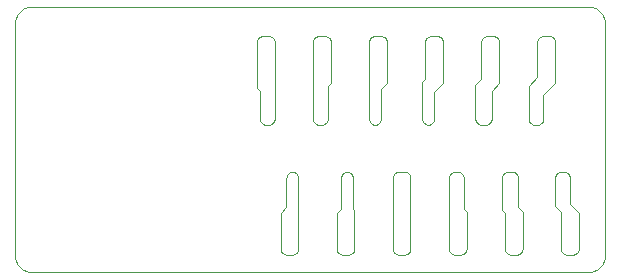
<source format=gko>
G75*
%MOIN*%
%OFA0B0*%
%FSLAX24Y24*%
%IPPOS*%
%LPD*%
%AMOC8*
5,1,8,0,0,1.08239X$1,22.5*
%
%ADD10C,0.0000*%
D10*
X001361Y000399D02*
X019865Y000399D01*
X019911Y000401D01*
X019957Y000406D01*
X020003Y000415D01*
X020048Y000428D01*
X020091Y000444D01*
X020133Y000463D01*
X020174Y000486D01*
X020212Y000512D01*
X020249Y000541D01*
X020283Y000572D01*
X020314Y000606D01*
X020343Y000643D01*
X020369Y000681D01*
X020392Y000722D01*
X020411Y000764D01*
X020427Y000807D01*
X020440Y000852D01*
X020449Y000898D01*
X020454Y000944D01*
X020456Y000990D01*
X020456Y008667D01*
X020454Y008713D01*
X020449Y008759D01*
X020440Y008805D01*
X020427Y008850D01*
X020411Y008893D01*
X020392Y008935D01*
X020369Y008976D01*
X020343Y009014D01*
X020314Y009051D01*
X020283Y009085D01*
X020249Y009116D01*
X020212Y009145D01*
X020174Y009171D01*
X020133Y009194D01*
X020091Y009213D01*
X020048Y009229D01*
X020003Y009242D01*
X019957Y009251D01*
X019911Y009256D01*
X019865Y009258D01*
X001361Y009258D01*
X001315Y009256D01*
X001269Y009251D01*
X001223Y009242D01*
X001178Y009229D01*
X001135Y009213D01*
X001093Y009194D01*
X001052Y009171D01*
X001014Y009145D01*
X000977Y009116D01*
X000943Y009085D01*
X000912Y009051D01*
X000883Y009014D01*
X000857Y008976D01*
X000834Y008935D01*
X000815Y008893D01*
X000799Y008850D01*
X000786Y008805D01*
X000777Y008759D01*
X000772Y008713D01*
X000770Y008667D01*
X000771Y008667D02*
X000771Y000990D01*
X000770Y000990D02*
X000772Y000944D01*
X000777Y000898D01*
X000786Y000852D01*
X000799Y000807D01*
X000815Y000764D01*
X000834Y000722D01*
X000857Y000681D01*
X000883Y000643D01*
X000912Y000606D01*
X000943Y000572D01*
X000977Y000541D01*
X001014Y000512D01*
X001052Y000486D01*
X001093Y000463D01*
X001135Y000444D01*
X001178Y000428D01*
X001223Y000415D01*
X001269Y000406D01*
X001315Y000401D01*
X001361Y000399D01*
X009629Y001187D02*
X009629Y002368D01*
X009826Y002565D01*
X009826Y003549D01*
X009828Y003575D01*
X009833Y003600D01*
X009841Y003624D01*
X009852Y003648D01*
X009867Y003669D01*
X009884Y003688D01*
X009903Y003705D01*
X009925Y003720D01*
X009948Y003731D01*
X009972Y003739D01*
X009997Y003744D01*
X010023Y003746D01*
X010049Y003744D01*
X010074Y003739D01*
X010098Y003731D01*
X010122Y003720D01*
X010143Y003705D01*
X010162Y003688D01*
X010179Y003669D01*
X010194Y003648D01*
X010205Y003624D01*
X010213Y003600D01*
X010218Y003575D01*
X010220Y003549D01*
X010219Y003549D02*
X010219Y001187D01*
X010220Y001187D02*
X010218Y001161D01*
X010213Y001136D01*
X010205Y001112D01*
X010194Y001088D01*
X010179Y001067D01*
X010162Y001048D01*
X010143Y001031D01*
X010122Y001016D01*
X010098Y001005D01*
X010074Y000997D01*
X010049Y000992D01*
X010023Y000990D01*
X009826Y000990D01*
X009800Y000992D01*
X009775Y000997D01*
X009751Y001005D01*
X009728Y001016D01*
X009706Y001031D01*
X009687Y001048D01*
X009670Y001067D01*
X009655Y001089D01*
X009644Y001112D01*
X009636Y001136D01*
X009631Y001161D01*
X009629Y001187D01*
X011499Y001187D02*
X011499Y002368D01*
X011647Y002516D01*
X011647Y003549D01*
X011646Y003549D02*
X011648Y003575D01*
X011653Y003600D01*
X011661Y003624D01*
X011672Y003648D01*
X011687Y003669D01*
X011704Y003688D01*
X011723Y003705D01*
X011745Y003720D01*
X011768Y003731D01*
X011792Y003739D01*
X011817Y003744D01*
X011843Y003746D01*
X011869Y003744D01*
X011894Y003739D01*
X011918Y003731D01*
X011942Y003720D01*
X011963Y003705D01*
X011982Y003688D01*
X011999Y003669D01*
X012014Y003648D01*
X012025Y003624D01*
X012033Y003600D01*
X012038Y003575D01*
X012040Y003549D01*
X012040Y002516D01*
X012089Y002466D01*
X012089Y001187D01*
X012090Y001187D02*
X012088Y001161D01*
X012083Y001136D01*
X012075Y001112D01*
X012064Y001088D01*
X012049Y001067D01*
X012032Y001048D01*
X012013Y001031D01*
X011992Y001016D01*
X011968Y001005D01*
X011944Y000997D01*
X011919Y000992D01*
X011893Y000990D01*
X011696Y000990D01*
X011670Y000992D01*
X011645Y000997D01*
X011621Y001005D01*
X011598Y001016D01*
X011576Y001031D01*
X011557Y001048D01*
X011540Y001067D01*
X011525Y001089D01*
X011514Y001112D01*
X011506Y001136D01*
X011501Y001161D01*
X011499Y001187D01*
X013369Y001187D02*
X013369Y003549D01*
X013371Y003575D01*
X013376Y003600D01*
X013384Y003624D01*
X013395Y003648D01*
X013410Y003669D01*
X013427Y003688D01*
X013446Y003705D01*
X013468Y003720D01*
X013491Y003731D01*
X013515Y003739D01*
X013540Y003744D01*
X013566Y003746D01*
X013763Y003746D01*
X013789Y003744D01*
X013814Y003739D01*
X013838Y003731D01*
X013862Y003720D01*
X013883Y003705D01*
X013902Y003688D01*
X013919Y003669D01*
X013934Y003648D01*
X013945Y003624D01*
X013953Y003600D01*
X013958Y003575D01*
X013960Y003549D01*
X013960Y001187D01*
X013958Y001161D01*
X013953Y001136D01*
X013945Y001112D01*
X013934Y001088D01*
X013919Y001067D01*
X013902Y001048D01*
X013883Y001031D01*
X013862Y001016D01*
X013838Y001005D01*
X013814Y000997D01*
X013789Y000992D01*
X013763Y000990D01*
X013566Y000990D01*
X013540Y000992D01*
X013515Y000997D01*
X013491Y001005D01*
X013468Y001016D01*
X013446Y001031D01*
X013427Y001048D01*
X013410Y001067D01*
X013395Y001089D01*
X013384Y001112D01*
X013376Y001136D01*
X013371Y001161D01*
X013369Y001187D01*
X015239Y001187D02*
X015239Y003549D01*
X015241Y003575D01*
X015246Y003600D01*
X015254Y003624D01*
X015265Y003648D01*
X015280Y003669D01*
X015297Y003688D01*
X015316Y003705D01*
X015338Y003720D01*
X015361Y003731D01*
X015385Y003739D01*
X015410Y003744D01*
X015436Y003746D01*
X015534Y003746D01*
X015560Y003744D01*
X015585Y003739D01*
X015609Y003731D01*
X015633Y003720D01*
X015654Y003705D01*
X015673Y003688D01*
X015690Y003669D01*
X015705Y003648D01*
X015716Y003624D01*
X015724Y003600D01*
X015729Y003575D01*
X015731Y003549D01*
X015731Y002516D01*
X015830Y002417D01*
X015830Y001187D01*
X015828Y001161D01*
X015823Y001136D01*
X015815Y001112D01*
X015804Y001088D01*
X015789Y001067D01*
X015772Y001048D01*
X015753Y001031D01*
X015732Y001016D01*
X015708Y001005D01*
X015684Y000997D01*
X015659Y000992D01*
X015633Y000990D01*
X015436Y000990D01*
X015410Y000992D01*
X015385Y000997D01*
X015361Y001005D01*
X015338Y001016D01*
X015316Y001031D01*
X015297Y001048D01*
X015280Y001067D01*
X015265Y001089D01*
X015254Y001112D01*
X015246Y001136D01*
X015241Y001161D01*
X015239Y001187D01*
X017109Y001187D02*
X017109Y002368D01*
X017011Y002466D01*
X017011Y003549D01*
X017013Y003575D01*
X017018Y003600D01*
X017026Y003624D01*
X017037Y003648D01*
X017052Y003669D01*
X017069Y003688D01*
X017088Y003705D01*
X017110Y003720D01*
X017133Y003731D01*
X017157Y003739D01*
X017182Y003744D01*
X017208Y003746D01*
X017355Y003746D01*
X017381Y003744D01*
X017406Y003739D01*
X017430Y003731D01*
X017454Y003720D01*
X017475Y003705D01*
X017494Y003688D01*
X017511Y003669D01*
X017526Y003648D01*
X017537Y003624D01*
X017545Y003600D01*
X017550Y003575D01*
X017552Y003549D01*
X017552Y002565D01*
X017700Y002417D01*
X017700Y001187D01*
X017698Y001161D01*
X017693Y001136D01*
X017685Y001112D01*
X017674Y001088D01*
X017659Y001067D01*
X017642Y001048D01*
X017623Y001031D01*
X017602Y001016D01*
X017578Y001005D01*
X017554Y000997D01*
X017529Y000992D01*
X017503Y000990D01*
X017306Y000990D01*
X017280Y000992D01*
X017255Y000997D01*
X017231Y001005D01*
X017208Y001016D01*
X017186Y001031D01*
X017167Y001048D01*
X017150Y001067D01*
X017135Y001089D01*
X017124Y001112D01*
X017116Y001136D01*
X017111Y001161D01*
X017109Y001187D01*
X018979Y001187D02*
X018979Y002417D01*
X018782Y002614D01*
X018782Y003549D01*
X018784Y003575D01*
X018789Y003600D01*
X018797Y003624D01*
X018808Y003648D01*
X018823Y003669D01*
X018840Y003688D01*
X018859Y003705D01*
X018881Y003720D01*
X018904Y003731D01*
X018928Y003739D01*
X018953Y003744D01*
X018979Y003746D01*
X019078Y003746D01*
X019104Y003744D01*
X019129Y003739D01*
X019153Y003731D01*
X019177Y003720D01*
X019198Y003705D01*
X019217Y003688D01*
X019234Y003669D01*
X019249Y003648D01*
X019260Y003624D01*
X019268Y003600D01*
X019273Y003575D01*
X019275Y003549D01*
X019274Y003549D02*
X019274Y002663D01*
X019570Y002368D01*
X019570Y001187D01*
X019568Y001161D01*
X019563Y001136D01*
X019555Y001112D01*
X019544Y001088D01*
X019529Y001067D01*
X019512Y001048D01*
X019493Y001031D01*
X019472Y001016D01*
X019448Y001005D01*
X019424Y000997D01*
X019399Y000992D01*
X019373Y000990D01*
X019176Y000990D01*
X019150Y000992D01*
X019125Y000997D01*
X019101Y001005D01*
X019078Y001016D01*
X019056Y001031D01*
X019037Y001048D01*
X019020Y001067D01*
X019005Y001089D01*
X018994Y001112D01*
X018986Y001136D01*
X018981Y001161D01*
X018979Y001187D01*
X018192Y005321D02*
X018093Y005321D01*
X018093Y005320D02*
X018067Y005322D01*
X018042Y005327D01*
X018018Y005335D01*
X017995Y005346D01*
X017973Y005361D01*
X017954Y005378D01*
X017937Y005397D01*
X017922Y005419D01*
X017911Y005442D01*
X017903Y005466D01*
X017898Y005491D01*
X017896Y005517D01*
X017897Y005517D02*
X017897Y006600D01*
X018192Y006895D01*
X018192Y008077D01*
X018194Y008103D01*
X018199Y008128D01*
X018207Y008152D01*
X018218Y008176D01*
X018233Y008197D01*
X018250Y008216D01*
X018269Y008233D01*
X018291Y008248D01*
X018314Y008259D01*
X018338Y008267D01*
X018363Y008272D01*
X018389Y008274D01*
X018389Y008273D02*
X018586Y008273D01*
X018586Y008274D02*
X018612Y008272D01*
X018637Y008267D01*
X018661Y008259D01*
X018685Y008248D01*
X018706Y008233D01*
X018725Y008216D01*
X018742Y008197D01*
X018757Y008176D01*
X018768Y008152D01*
X018776Y008128D01*
X018781Y008103D01*
X018783Y008077D01*
X018782Y008077D02*
X018782Y006699D01*
X018389Y006305D01*
X018389Y005517D01*
X018387Y005491D01*
X018382Y005466D01*
X018374Y005442D01*
X018363Y005419D01*
X018348Y005397D01*
X018331Y005378D01*
X018312Y005361D01*
X018291Y005346D01*
X018267Y005335D01*
X018243Y005327D01*
X018218Y005322D01*
X018192Y005320D01*
X016666Y005517D02*
X016666Y006453D01*
X016912Y006699D01*
X016912Y008077D01*
X016910Y008103D01*
X016905Y008128D01*
X016897Y008152D01*
X016886Y008176D01*
X016871Y008197D01*
X016854Y008216D01*
X016835Y008233D01*
X016814Y008248D01*
X016790Y008259D01*
X016766Y008267D01*
X016741Y008272D01*
X016715Y008274D01*
X016715Y008273D02*
X016519Y008273D01*
X016519Y008274D02*
X016493Y008272D01*
X016468Y008267D01*
X016444Y008259D01*
X016421Y008248D01*
X016399Y008233D01*
X016380Y008216D01*
X016363Y008197D01*
X016348Y008176D01*
X016337Y008152D01*
X016329Y008128D01*
X016324Y008103D01*
X016322Y008077D01*
X016322Y006846D01*
X016125Y006649D01*
X016125Y005517D01*
X016127Y005491D01*
X016132Y005466D01*
X016140Y005442D01*
X016151Y005419D01*
X016166Y005397D01*
X016183Y005378D01*
X016202Y005361D01*
X016224Y005346D01*
X016247Y005335D01*
X016271Y005327D01*
X016296Y005322D01*
X016322Y005320D01*
X016322Y005321D02*
X016469Y005321D01*
X016469Y005320D02*
X016495Y005322D01*
X016520Y005327D01*
X016544Y005335D01*
X016568Y005346D01*
X016589Y005361D01*
X016608Y005378D01*
X016625Y005397D01*
X016640Y005419D01*
X016651Y005442D01*
X016659Y005466D01*
X016664Y005491D01*
X016666Y005517D01*
X014747Y005517D02*
X014747Y006403D01*
X015042Y006699D01*
X015042Y008077D01*
X015040Y008103D01*
X015035Y008128D01*
X015027Y008152D01*
X015016Y008176D01*
X015001Y008197D01*
X014984Y008216D01*
X014965Y008233D01*
X014944Y008248D01*
X014920Y008259D01*
X014896Y008267D01*
X014871Y008272D01*
X014845Y008274D01*
X014845Y008273D02*
X014649Y008273D01*
X014649Y008274D02*
X014623Y008272D01*
X014598Y008267D01*
X014574Y008259D01*
X014551Y008248D01*
X014529Y008233D01*
X014510Y008216D01*
X014493Y008197D01*
X014478Y008176D01*
X014467Y008152D01*
X014459Y008128D01*
X014454Y008103D01*
X014452Y008077D01*
X014452Y006846D01*
X014353Y006748D01*
X014353Y005517D01*
X014355Y005491D01*
X014360Y005466D01*
X014368Y005442D01*
X014379Y005419D01*
X014394Y005397D01*
X014411Y005378D01*
X014430Y005361D01*
X014452Y005346D01*
X014475Y005335D01*
X014499Y005327D01*
X014524Y005322D01*
X014550Y005320D01*
X014576Y005322D01*
X014601Y005327D01*
X014625Y005335D01*
X014649Y005346D01*
X014670Y005361D01*
X014689Y005378D01*
X014706Y005397D01*
X014721Y005419D01*
X014732Y005442D01*
X014740Y005466D01*
X014745Y005491D01*
X014747Y005517D01*
X012975Y005517D02*
X012975Y006502D01*
X013172Y006699D01*
X013172Y008077D01*
X013170Y008103D01*
X013165Y008128D01*
X013157Y008152D01*
X013146Y008176D01*
X013131Y008197D01*
X013114Y008216D01*
X013095Y008233D01*
X013074Y008248D01*
X013050Y008259D01*
X013026Y008267D01*
X013001Y008272D01*
X012975Y008274D01*
X012975Y008273D02*
X012778Y008273D01*
X012778Y008274D02*
X012752Y008272D01*
X012727Y008267D01*
X012703Y008259D01*
X012680Y008248D01*
X012658Y008233D01*
X012639Y008216D01*
X012622Y008197D01*
X012607Y008176D01*
X012596Y008152D01*
X012588Y008128D01*
X012583Y008103D01*
X012581Y008077D01*
X012582Y008077D02*
X012582Y005517D01*
X012581Y005517D02*
X012583Y005491D01*
X012588Y005466D01*
X012596Y005442D01*
X012607Y005419D01*
X012622Y005397D01*
X012639Y005378D01*
X012658Y005361D01*
X012680Y005346D01*
X012703Y005335D01*
X012727Y005327D01*
X012752Y005322D01*
X012778Y005320D01*
X012804Y005322D01*
X012829Y005327D01*
X012853Y005335D01*
X012877Y005346D01*
X012898Y005361D01*
X012917Y005378D01*
X012934Y005397D01*
X012949Y005419D01*
X012960Y005442D01*
X012968Y005466D01*
X012973Y005491D01*
X012975Y005517D01*
X011204Y005517D02*
X011204Y006600D01*
X011302Y006699D01*
X011302Y008077D01*
X011300Y008103D01*
X011295Y008128D01*
X011287Y008152D01*
X011276Y008176D01*
X011261Y008197D01*
X011244Y008216D01*
X011225Y008233D01*
X011204Y008248D01*
X011180Y008259D01*
X011156Y008267D01*
X011131Y008272D01*
X011105Y008274D01*
X011105Y008273D02*
X010908Y008273D01*
X010908Y008274D02*
X010882Y008272D01*
X010857Y008267D01*
X010833Y008259D01*
X010810Y008248D01*
X010788Y008233D01*
X010769Y008216D01*
X010752Y008197D01*
X010737Y008176D01*
X010726Y008152D01*
X010718Y008128D01*
X010713Y008103D01*
X010711Y008077D01*
X010711Y005517D01*
X010713Y005491D01*
X010718Y005466D01*
X010726Y005442D01*
X010737Y005419D01*
X010752Y005397D01*
X010769Y005378D01*
X010788Y005361D01*
X010810Y005346D01*
X010833Y005335D01*
X010857Y005327D01*
X010882Y005322D01*
X010908Y005320D01*
X010908Y005321D02*
X011007Y005321D01*
X011007Y005320D02*
X011033Y005322D01*
X011058Y005327D01*
X011082Y005335D01*
X011106Y005346D01*
X011127Y005361D01*
X011146Y005378D01*
X011163Y005397D01*
X011178Y005419D01*
X011189Y005442D01*
X011197Y005466D01*
X011202Y005491D01*
X011204Y005517D01*
X009432Y005517D02*
X009432Y008077D01*
X009430Y008103D01*
X009425Y008128D01*
X009417Y008152D01*
X009406Y008176D01*
X009391Y008197D01*
X009374Y008216D01*
X009355Y008233D01*
X009334Y008248D01*
X009310Y008259D01*
X009286Y008267D01*
X009261Y008272D01*
X009235Y008274D01*
X009235Y008273D02*
X009038Y008273D01*
X009038Y008274D02*
X009012Y008272D01*
X008987Y008267D01*
X008963Y008259D01*
X008940Y008248D01*
X008918Y008233D01*
X008899Y008216D01*
X008882Y008197D01*
X008867Y008176D01*
X008856Y008152D01*
X008848Y008128D01*
X008843Y008103D01*
X008841Y008077D01*
X008841Y006551D01*
X008940Y006453D01*
X008940Y005517D01*
X008942Y005491D01*
X008947Y005466D01*
X008955Y005442D01*
X008966Y005419D01*
X008981Y005397D01*
X008998Y005378D01*
X009017Y005361D01*
X009039Y005346D01*
X009062Y005335D01*
X009086Y005327D01*
X009111Y005322D01*
X009137Y005320D01*
X009137Y005321D02*
X009235Y005321D01*
X009235Y005320D02*
X009261Y005322D01*
X009286Y005327D01*
X009310Y005335D01*
X009334Y005346D01*
X009355Y005361D01*
X009374Y005378D01*
X009391Y005397D01*
X009406Y005419D01*
X009417Y005442D01*
X009425Y005466D01*
X009430Y005491D01*
X009432Y005517D01*
M02*

</source>
